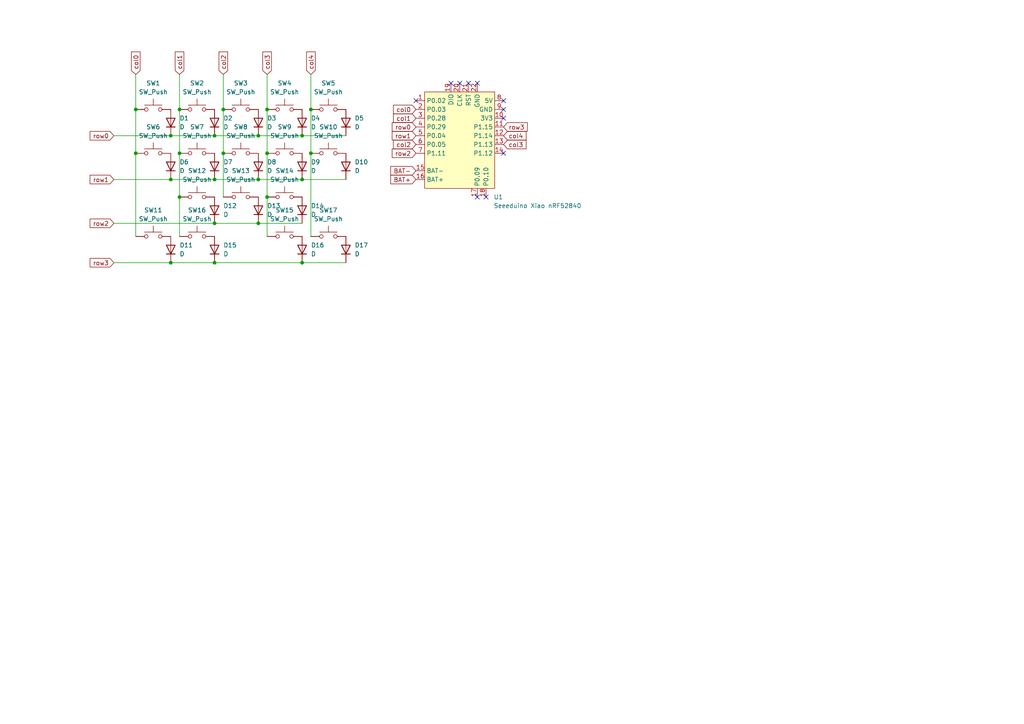
<source format=kicad_sch>
(kicad_sch (version 20231120) (generator "eeschema") (generator_version "8.0")
  (paper "A4")
  (lib_symbols
    (symbol "Device:D" (pin_numbers hide) (pin_names (offset 1.016) hide)
      (property "Reference" "D" (at 0 2.54 0))
      (property "Value" "D" (at 0 -2.54 0))
      (symbol "D_0_1"
        (polyline (pts (xy -1.27 1.27) (xy -1.27 -1.27)) (stroke (width 0.254)))
        (polyline (pts (xy 1.27 0) (xy -1.27 0)))
        (polyline (pts (xy 1.27 1.27) (xy 1.27 -1.27) (xy -1.27 0) (xy 1.27 1.27)) (stroke (width 0.254)))
      )
      (symbol "D_1_1"
        (pin passive line (at -3.81 0 0) (length 2.54) (name "K") (number "1"))
        (pin passive line (at 3.81 0 180) (length 2.54) (name "A") (number "2"))
      )
    )
    (symbol "PCM_marbastlib-promicroish:Seeeduino_Xiao_nRF52840" (in_bom no)
      (property "Reference" "U" (at -10.16 -12.7 0))
      (property "Value" "Seeeduino Xiao nRF52840" (at -10.16 -15.24 0))
      (symbol "Seeeduino_Xiao_nRF52840_1_0"
        (pin bidirectional line (at -12.7 13.97 0) (length 2.54) (name "P0.02") (number "1"))
        (pin power_out line (at 12.7 8.89 180) (length 2.54) (name "3V3") (number "10"))
        (pin bidirectional line (at 12.7 6.35 180) (length 2.54) (name "P1.15") (number "11"))
        (pin bidirectional line (at 12.7 3.81 180) (length 2.54) (name "P1.14") (number "12"))
        (pin bidirectional line (at 12.7 1.27 180) (length 2.54) (name "P1.13") (number "13"))
        (pin bidirectional line (at 12.7 -1.27 180) (length 2.54) (name "P1.12") (number "14"))
        (pin power_in line (at -12.7 -6.35 0) (length 2.54) (name "BAT-") (number "15"))
        (pin power_in line (at -12.7 -8.89 0) (length 2.54) (name "BAT+") (number "16"))
        (pin bidirectional line (at 5.08 -13.97 90) (length 2.54) (name "P0.09") (number "17"))
        (pin bidirectional line (at 7.62 -13.97 90) (length 2.54) (name "P0.10") (number "18"))
        (pin bidirectional line (at -2.54 19.05 270) (length 2.54) (name "DIO") (number "19"))
        (pin bidirectional line (at -12.7 11.43 0) (length 2.54) (name "P0.03") (number "2"))
        (pin bidirectional line (at 0 19.05 270) (length 2.54) (name "CLK") (number "20"))
        (pin bidirectional line (at 2.54 19.05 270) (length 2.54) (name "RST") (number "21"))
        (pin power_out line (at 5.08 19.05 270) (length 2.54) (name "GND") (number "22"))
        (pin bidirectional line (at -12.7 8.89 0) (length 2.54) (name "P0.28") (number "3"))
        (pin bidirectional line (at -12.7 6.35 0) (length 2.54) (name "P0.29") (number "4"))
        (pin bidirectional line (at -12.7 3.81 0) (length 2.54) (name "P0.04") (number "5"))
        (pin bidirectional line (at -12.7 1.27 0) (length 2.54) (name "P0.05") (number "6"))
        (pin bidirectional line (at -12.7 -1.27 0) (length 2.54) (name "P1.11") (number "7"))
        (pin power_out line (at 12.7 13.97 180) (length 2.54) (name "5V") (number "8"))
        (pin power_out line (at 12.7 11.43 180) (length 2.54) (name "GND") (number "9"))
      )
      (symbol "Seeeduino_Xiao_nRF52840_1_1"
        (rectangle (start -10.16 16.51) (end 10.16 -11.43) (fill (type background)))
      )
    )
    (symbol "Switch:SW_Push" (pin_numbers hide) (pin_names (offset 1.016) hide)
      (property "Reference" "SW" (at 1.27 2.54 0))
      (property "Value" "SW_Push" (at 0 -1.524 0))
      (symbol "SW_Push_0_1"
        (circle (center -2.032 0) (radius 0.508))
        (polyline (pts (xy 0 1.27) (xy 0 3.048)))
        (polyline (pts (xy 2.54 1.27) (xy -2.54 1.27)))
        (circle (center 2.032 0) (radius 0.508))
        (pin passive line (at -5.08 0 0) (length 2.54) (name "1") (number "1"))
        (pin passive line (at 5.08 0 180) (length 2.54) (name "2") (number "2"))
      )
    )
  )
  (junction (at 49.53 76.2))
  (junction (at 39.37 31.75))
  (junction (at 62.23 76.2))
  (junction (at 62.23 64.77))
  (junction (at 74.93 39.37))
  (junction (at 64.77 44.45))
  (junction (at 87.63 52.07))
  (junction (at 52.07 31.75))
  (junction (at 77.47 31.75))
  (junction (at 52.07 57.15))
  (junction (at 64.77 31.75))
  (junction (at 49.53 39.37))
  (junction (at 77.47 57.15))
  (junction (at 87.63 39.37))
  (junction (at 74.93 64.77))
  (junction (at 74.93 52.07))
  (junction (at 39.37 44.45))
  (junction (at 77.47 44.45))
  (junction (at 62.23 39.37))
  (junction (at 62.23 52.07))
  (junction (at 52.07 44.45))
  (junction (at 49.53 52.07))
  (junction (at 90.17 31.75))
  (junction (at 87.63 76.2))
  (junction (at 90.17 44.45))
  (no_connect (at 138.43 24.13))
  (no_connect (at 140.97 57.15))
  (no_connect (at 130.81 24.13))
  (no_connect (at 138.43 57.15))
  (no_connect (at 133.35 24.13))
  (no_connect (at 135.89 24.13))
  (no_connect (at 120.65 29.21))
  (no_connect (at 146.05 34.29))
  (no_connect (at 146.05 44.45))
  (no_connect (at 146.05 29.21))
  (no_connect (at 146.05 31.75))
  (wire (pts (xy 64.77 31.75) (xy 64.77 44.45)))
  (wire (pts (xy 74.93 52.07) (xy 87.63 52.07)))
  (wire (pts (xy 74.93 39.37) (xy 87.63 39.37)))
  (wire (pts (xy 77.47 44.45) (xy 77.47 57.15)))
  (wire (pts (xy 52.07 57.15) (xy 52.07 68.58)))
  (wire (pts (xy 33.02 76.2) (xy 49.53 76.2)))
  (wire (pts (xy 33.02 64.77) (xy 62.23 64.77)))
  (wire (pts (xy 87.63 39.37) (xy 100.33 39.37)))
  (wire (pts (xy 52.07 31.75) (xy 52.07 44.45)))
  (wire (pts (xy 62.23 76.2) (xy 87.63 76.2)))
  (wire (pts (xy 62.23 52.07) (xy 74.93 52.07)))
  (wire (pts (xy 39.37 44.45) (xy 39.37 68.58)))
  (wire (pts (xy 87.63 76.2) (xy 100.33 76.2)))
  (wire (pts (xy 62.23 39.37) (xy 74.93 39.37)))
  (wire (pts (xy 77.47 21.59) (xy 77.47 31.75)))
  (wire (pts (xy 64.77 44.45) (xy 64.77 57.15)))
  (wire (pts (xy 39.37 21.59) (xy 39.37 31.75)))
  (wire (pts (xy 77.47 31.75) (xy 77.47 44.45)))
  (wire (pts (xy 52.07 21.59) (xy 52.07 31.75)))
  (wire (pts (xy 33.02 39.37) (xy 49.53 39.37)))
  (wire (pts (xy 39.37 31.75) (xy 39.37 44.45)))
  (wire (pts (xy 49.53 76.2) (xy 62.23 76.2)))
  (wire (pts (xy 52.07 44.45) (xy 52.07 57.15)))
  (wire (pts (xy 90.17 31.75) (xy 90.17 44.45)))
  (wire (pts (xy 74.93 64.77) (xy 87.63 64.77)))
  (wire (pts (xy 33.02 52.07) (xy 49.53 52.07)))
  (wire (pts (xy 49.53 39.37) (xy 62.23 39.37)))
  (wire (pts (xy 49.53 52.07) (xy 62.23 52.07)))
  (wire (pts (xy 87.63 52.07) (xy 100.33 52.07)))
  (wire (pts (xy 90.17 21.59) (xy 90.17 31.75)))
  (wire (pts (xy 62.23 64.77) (xy 74.93 64.77)))
  (wire (pts (xy 90.17 44.45) (xy 90.17 68.58)))
  (wire (pts (xy 64.77 21.59) (xy 64.77 31.75)))
  (wire (pts (xy 77.47 57.15) (xy 77.47 68.58)))
  (global_label "row3" (shape input) (at 33.02 76.2 180) (property "Intersheetrefs" "${INTERSHEET_REFS}" (effects (hide yes))))
  (global_label "row3" (shape input) (at 146.05 36.83 0) (property "Intersheetrefs" "${INTERSHEET_REFS}" (effects (hide yes))))
  (global_label "BAT+" (shape input) (at 120.65 52.07 180) (property "Intersheetrefs" "${INTERSHEET_REFS}" (effects (hide yes))))
  (global_label "col3" (shape input) (at 146.05 41.91 0) (property "Intersheetrefs" "${INTERSHEET_REFS}" (effects (hide yes))))
  (global_label "row2" (shape input) (at 33.02 64.77 180) (property "Intersheetrefs" "${INTERSHEET_REFS}" (effects (hide yes))))
  (global_label "col3" (shape input) (at 77.47 21.59 90) (property "Intersheetrefs" "${INTERSHEET_REFS}" (effects (hide yes))))
  (global_label "row0" (shape input) (at 33.02 39.37 180) (property "Intersheetrefs" "${INTERSHEET_REFS}" (effects (hide yes))))
  (global_label "col0" (shape input) (at 39.37 21.59 90) (property "Intersheetrefs" "${INTERSHEET_REFS}" (effects (hide yes))))
  (global_label "col1" (shape input) (at 120.65 34.29 180) (property "Intersheetrefs" "${INTERSHEET_REFS}" (effects (hide yes))))
  (global_label "col0" (shape input) (at 120.65 31.75 180) (property "Intersheetrefs" "${INTERSHEET_REFS}" (effects (hide yes))))
  (global_label "row0" (shape input) (at 120.65 36.83 180) (property "Intersheetrefs" "${INTERSHEET_REFS}" (effects (hide yes))))
  (global_label "col4" (shape input) (at 90.17 21.59 90) (property "Intersheetrefs" "${INTERSHEET_REFS}" (effects (hide yes))))
  (global_label "row2" (shape input) (at 120.65 44.45 180) (property "Intersheetrefs" "${INTERSHEET_REFS}" (effects (hide yes))))
  (global_label "row1" (shape input) (at 120.65 39.37 180) (property "Intersheetrefs" "${INTERSHEET_REFS}" (effects (hide yes))))
  (global_label "row1" (shape input) (at 33.02 52.07 180) (property "Intersheetrefs" "${INTERSHEET_REFS}" (effects (hide yes))))
  (global_label "col4" (shape input) (at 146.05 39.37 0) (property "Intersheetrefs" "${INTERSHEET_REFS}" (effects (hide yes))))
  (global_label "col2" (shape input) (at 120.65 41.91 180) (property "Intersheetrefs" "${INTERSHEET_REFS}" (effects (hide yes))))
  (global_label "col1" (shape input) (at 52.07 21.59 90) (property "Intersheetrefs" "${INTERSHEET_REFS}" (effects (hide yes))))
  (global_label "col2" (shape input) (at 64.77 21.59 90) (property "Intersheetrefs" "${INTERSHEET_REFS}" (effects (hide yes))))
  (global_label "BAT-" (shape input) (at 120.65 49.53 180) (property "Intersheetrefs" "${INTERSHEET_REFS}" (effects (hide yes))))
  (symbol (lib_id "Switch:SW_Push") (at 44.45 68.58 0) (unit 1)
    (property "Reference" "SW11" (at 44.45 60.96 0))
    (property "Value" "SW_Push" (at 44.45 63.5 0))
    (property "Footprint" "PCM_marbastlib-xp-mx:SW_MX_Reversible_1u" (effects (hide yes)))
    (property "Description" "Push button switch, generic, two pins" (effects (hide yes)))
  )
  (symbol (lib_id "Device:D") (at 74.93 48.26 90) (unit 1)
    (property "Reference" "D8" (at 77.47 46.9899 90) (effects (justify right)))
    (property "Value" "D" (at 77.47 49.5299 90) (effects (justify right)))
    (property "Footprint" "Diode_SMD:D_0805_2012Metric_Pad1.15x1.40mm_HandSolder" (effects (hide yes)))
    (property "Description" "Diode" (effects (hide yes)))
    (property "Sim.Device" "D" (effects (hide yes)))
    (property "Sim.Pins" "1=K 2=A" (effects (hide yes)))
  )
  (symbol (lib_id "Device:D") (at 62.23 60.96 90) (unit 1)
    (property "Reference" "D12" (at 64.77 59.6899 90) (effects (justify right)))
    (property "Value" "D" (at 64.77 62.2299 90) (effects (justify right)))
    (property "Footprint" "Diode_SMD:D_0805_2012Metric_Pad1.15x1.40mm_HandSolder" (effects (hide yes)))
    (property "Description" "Diode" (effects (hide yes)))
    (property "Sim.Device" "D" (effects (hide yes)))
    (property "Sim.Pins" "1=K 2=A" (effects (hide yes)))
  )
  (symbol (lib_id "Device:D") (at 49.53 48.26 90) (unit 1)
    (property "Reference" "D6" (at 52.07 46.9899 90) (effects (justify right)))
    (property "Value" "D" (at 52.07 49.5299 90) (effects (justify right)))
    (property "Footprint" "Diode_SMD:D_0805_2012Metric_Pad1.15x1.40mm_HandSolder" (effects (hide yes)))
    (property "Description" "Diode" (effects (hide yes)))
    (property "Sim.Device" "D" (effects (hide yes)))
    (property "Sim.Pins" "1=K 2=A" (effects (hide yes)))
  )
  (symbol (lib_id "PCM_marbastlib-promicroish:Seeeduino_Xiao_nRF52840") (at 133.35 43.18 0) (unit 1) (in_bom no)
    (property "Reference" "U1" (at 143.1641 57.15 0) (effects (justify left)))
    (property "Value" "Seeeduino Xiao nRF52840" (at 143.1641 59.69 0) (effects (justify left)))
    (property "Footprint" "PCM_marbastlib-xp-promicroish:Xiao_nRF52840_AC_Reflow_invert" (effects (hide yes)))
    (property "Description" "Symbol for a Seeeduino Xiao nRF52840" (effects (hide yes)))
  )
  (symbol (lib_id "Device:D") (at 100.33 35.56 90) (unit 1)
    (property "Reference" "D5" (at 102.87 34.2899 90) (effects (justify right)))
    (property "Value" "D" (at 102.87 36.8299 90) (effects (justify right)))
    (property "Footprint" "Diode_SMD:D_0805_2012Metric_Pad1.15x1.40mm_HandSolder" (effects (hide yes)))
    (property "Description" "Diode" (effects (hide yes)))
    (property "Sim.Device" "D" (effects (hide yes)))
    (property "Sim.Pins" "1=K 2=A" (effects (hide yes)))
  )
  (symbol (lib_id "Device:D") (at 49.53 35.56 90) (unit 1)
    (property "Reference" "D1" (at 52.07 34.2899 90) (effects (justify right)))
    (property "Value" "D" (at 52.07 36.8299 90) (effects (justify right)))
    (property "Footprint" "Diode_SMD:D_0805_2012Metric_Pad1.15x1.40mm_HandSolder" (effects (hide yes)))
    (property "Description" "Diode" (effects (hide yes)))
    (property "Sim.Device" "D" (effects (hide yes)))
    (property "Sim.Pins" "1=K 2=A" (effects (hide yes)))
  )
  (symbol (lib_id "Device:D") (at 62.23 72.39 90) (unit 1)
    (property "Reference" "D15" (at 64.77 71.1199 90) (effects (justify right)))
    (property "Value" "D" (at 64.77 73.6599 90) (effects (justify right)))
    (property "Footprint" "Diode_SMD:D_0805_2012Metric_Pad1.15x1.40mm_HandSolder" (effects (hide yes)))
    (property "Description" "Diode" (effects (hide yes)))
    (property "Sim.Device" "D" (effects (hide yes)))
    (property "Sim.Pins" "1=K 2=A" (effects (hide yes)))
  )
  (symbol (lib_id "Device:D") (at 74.93 35.56 90) (unit 1)
    (property "Reference" "D3" (at 77.47 34.2899 90) (effects (justify right)))
    (property "Value" "D" (at 77.47 36.8299 90) (effects (justify right)))
    (property "Footprint" "Diode_SMD:D_0805_2012Metric_Pad1.15x1.40mm_HandSolder" (effects (hide yes)))
    (property "Description" "Diode" (effects (hide yes)))
    (property "Sim.Device" "D" (effects (hide yes)))
    (property "Sim.Pins" "1=K 2=A" (effects (hide yes)))
  )
  (symbol (lib_id "Switch:SW_Push") (at 69.85 31.75 0) (unit 1)
    (property "Reference" "SW3" (at 69.85 24.13 0))
    (property "Value" "SW_Push" (at 69.85 26.67 0))
    (property "Footprint" "PCM_marbastlib-xp-mx:SW_MX_Reversible_1u" (effects (hide yes)))
    (property "Description" "Push button switch, generic, two pins" (effects (hide yes)))
  )
  (symbol (lib_id "Switch:SW_Push") (at 44.45 44.45 0) (unit 1)
    (property "Reference" "SW6" (at 44.45 36.83 0))
    (property "Value" "SW_Push" (at 44.45 39.37 0))
    (property "Footprint" "PCM_marbastlib-xp-mx:SW_MX_Reversible_1u" (effects (hide yes)))
    (property "Description" "Push button switch, generic, two pins" (effects (hide yes)))
  )
  (symbol (lib_id "Switch:SW_Push") (at 82.55 68.58 0) (unit 1)
    (property "Reference" "SW15" (at 82.55 60.96 0))
    (property "Value" "SW_Push" (at 82.55 63.5 0))
    (property "Footprint" "PCM_marbastlib-xp-mx:SW_MX_Reversible_1u" (effects (hide yes)))
    (property "Description" "Push button switch, generic, two pins" (effects (hide yes)))
  )
  (symbol (lib_id "Device:D") (at 74.93 60.96 90) (unit 1)
    (property "Reference" "D13" (at 77.47 59.6899 90) (effects (justify right)))
    (property "Value" "D" (at 77.47 62.2299 90) (effects (justify right)))
    (property "Footprint" "Diode_SMD:D_0805_2012Metric_Pad1.15x1.40mm_HandSolder" (effects (hide yes)))
    (property "Description" "Diode" (effects (hide yes)))
    (property "Sim.Device" "D" (effects (hide yes)))
    (property "Sim.Pins" "1=K 2=A" (effects (hide yes)))
  )
  (symbol (lib_id "Device:D") (at 87.63 35.56 90) (unit 1)
    (property "Reference" "D4" (at 90.17 34.2899 90) (effects (justify right)))
    (property "Value" "D" (at 90.17 36.8299 90) (effects (justify right)))
    (property "Footprint" "Diode_SMD:D_0805_2012Metric_Pad1.15x1.40mm_HandSolder" (effects (hide yes)))
    (property "Description" "Diode" (effects (hide yes)))
    (property "Sim.Device" "D" (effects (hide yes)))
    (property "Sim.Pins" "1=K 2=A" (effects (hide yes)))
  )
  (symbol (lib_id "Switch:SW_Push") (at 82.55 57.15 0) (unit 1)
    (property "Reference" "SW14" (at 82.55 49.53 0))
    (property "Value" "SW_Push" (at 82.55 52.07 0))
    (property "Footprint" "PCM_marbastlib-xp-mx:SW_MX_Reversible_1u" (effects (hide yes)))
    (property "Description" "Push button switch, generic, two pins" (effects (hide yes)))
  )
  (symbol (lib_id "Switch:SW_Push") (at 95.25 31.75 0) (unit 1)
    (property "Reference" "SW5" (at 95.25 24.13 0))
    (property "Value" "SW_Push" (at 95.25 26.67 0))
    (property "Footprint" "PCM_marbastlib-xp-mx:SW_MX_Reversible_1u" (effects (hide yes)))
    (property "Description" "Push button switch, generic, two pins" (effects (hide yes)))
  )
  (symbol (lib_id "Switch:SW_Push") (at 57.15 57.15 0) (unit 1)
    (property "Reference" "SW12" (at 57.15 49.53 0))
    (property "Value" "SW_Push" (at 57.15 52.07 0))
    (property "Footprint" "PCM_marbastlib-xp-mx:SW_MX_Reversible_1u" (effects (hide yes)))
    (property "Description" "Push button switch, generic, two pins" (effects (hide yes)))
  )
  (symbol (lib_id "Switch:SW_Push") (at 69.85 57.15 0) (unit 1)
    (property "Reference" "SW13" (at 69.85 49.53 0))
    (property "Value" "SW_Push" (at 69.85 52.07 0))
    (property "Footprint" "PCM_marbastlib-xp-mx:SW_MX_Reversible_1u" (effects (hide yes)))
    (property "Description" "Push button switch, generic, two pins" (effects (hide yes)))
  )
  (symbol (lib_id "Device:D") (at 100.33 48.26 90) (unit 1)
    (property "Reference" "D10" (at 102.87 46.9899 90) (effects (justify right)))
    (property "Value" "D" (at 102.87 49.5299 90) (effects (justify right)))
    (property "Footprint" "Diode_SMD:D_0805_2012Metric_Pad1.15x1.40mm_HandSolder" (effects (hide yes)))
    (property "Description" "Diode" (effects (hide yes)))
    (property "Sim.Device" "D" (effects (hide yes)))
    (property "Sim.Pins" "1=K 2=A" (effects (hide yes)))
  )
  (symbol (lib_id "Switch:SW_Push") (at 95.25 44.45 0) (unit 1)
    (property "Reference" "SW10" (at 95.25 36.83 0))
    (property "Value" "SW_Push" (at 95.25 39.37 0))
    (property "Footprint" "PCM_marbastlib-xp-mx:SW_MX_Reversible_1u" (effects (hide yes)))
    (property "Description" "Push button switch, generic, two pins" (effects (hide yes)))
  )
  (symbol (lib_id "Switch:SW_Push") (at 44.45 31.75 0) (unit 1)
    (property "Reference" "SW1" (at 44.45 24.13 0))
    (property "Value" "SW_Push" (at 44.45 26.67 0))
    (property "Footprint" "PCM_marbastlib-xp-mx:SW_MX_Reversible_1u" (effects (hide yes)))
    (property "Description" "Push button switch, generic, two pins" (effects (hide yes)))
  )
  (symbol (lib_id "Switch:SW_Push") (at 82.55 44.45 0) (unit 1)
    (property "Reference" "SW9" (at 82.55 36.83 0))
    (property "Value" "SW_Push" (at 82.55 39.37 0))
    (property "Footprint" "PCM_marbastlib-xp-mx:SW_MX_Reversible_1u" (effects (hide yes)))
    (property "Description" "Push button switch, generic, two pins" (effects (hide yes)))
  )
  (symbol (lib_id "Device:D") (at 87.63 48.26 90) (unit 1)
    (property "Reference" "D9" (at 90.17 46.9899 90) (effects (justify right)))
    (property "Value" "D" (at 90.17 49.5299 90) (effects (justify right)))
    (property "Footprint" "Diode_SMD:D_0805_2012Metric_Pad1.15x1.40mm_HandSolder" (effects (hide yes)))
    (property "Description" "Diode" (effects (hide yes)))
    (property "Sim.Device" "D" (effects (hide yes)))
    (property "Sim.Pins" "1=K 2=A" (effects (hide yes)))
  )
  (symbol (lib_id "Device:D") (at 62.23 48.26 90) (unit 1)
    (property "Reference" "D7" (at 64.77 46.9899 90) (effects (justify right)))
    (property "Value" "D" (at 64.77 49.5299 90) (effects (justify right)))
    (property "Footprint" "Diode_SMD:D_0805_2012Metric_Pad1.15x1.40mm_HandSolder" (effects (hide yes)))
    (property "Description" "Diode" (effects (hide yes)))
    (property "Sim.Device" "D" (effects (hide yes)))
    (property "Sim.Pins" "1=K 2=A" (effects (hide yes)))
  )
  (symbol (lib_id "Device:D") (at 87.63 60.96 90) (unit 1)
    (property "Reference" "D14" (at 90.17 59.6899 90) (effects (justify right)))
    (property "Value" "D" (at 90.17 62.2299 90) (effects (justify right)))
    (property "Footprint" "Diode_SMD:D_0805_2012Metric_Pad1.15x1.40mm_HandSolder" (effects (hide yes)))
    (property "Description" "Diode" (effects (hide yes)))
    (property "Sim.Device" "D" (effects (hide yes)))
    (property "Sim.Pins" "1=K 2=A" (effects (hide yes)))
  )
  (symbol (lib_id "Switch:SW_Push") (at 57.15 44.45 0) (unit 1)
    (property "Reference" "SW7" (at 57.15 36.83 0))
    (property "Value" "SW_Push" (at 57.15 39.37 0))
    (property "Footprint" "PCM_marbastlib-xp-mx:SW_MX_Reversible_1u" (effects (hide yes)))
    (property "Description" "Push button switch, generic, two pins" (effects (hide yes)))
  )
  (symbol (lib_id "Switch:SW_Push") (at 95.25 68.58 0) (unit 1)
    (property "Reference" "SW17" (at 95.25 60.96 0))
    (property "Value" "SW_Push" (at 95.25 63.5 0))
    (property "Footprint" "PCM_marbastlib-xp-mx:SW_MX_Reversible_1u" (effects (hide yes)))
    (property "Description" "Push button switch, generic, two pins" (effects (hide yes)))
  )
  (symbol (lib_id "Switch:SW_Push") (at 57.15 68.58 0) (unit 1)
    (property "Reference" "SW16" (at 57.15 60.96 0))
    (property "Value" "SW_Push" (at 57.15 63.5 0))
    (property "Footprint" "PCM_marbastlib-xp-mx:SW_MX_Reversible_1u" (effects (hide yes)))
    (property "Description" "Push button switch, generic, two pins" (effects (hide yes)))
  )
  (symbol (lib_id "Device:D") (at 87.63 72.39 90) (unit 1)
    (property "Reference" "D16" (at 90.17 71.1199 90) (effects (justify right)))
    (property "Value" "D" (at 90.17 73.6599 90) (effects (justify right)))
    (property "Footprint" "Diode_SMD:D_0805_2012Metric_Pad1.15x1.40mm_HandSolder" (effects (hide yes)))
    (property "Description" "Diode" (effects (hide yes)))
    (property "Sim.Device" "D" (effects (hide yes)))
    (property "Sim.Pins" "1=K 2=A" (effects (hide yes)))
  )
  (symbol (lib_id "Device:D") (at 49.53 72.39 90) (unit 1)
    (property "Reference" "D11" (at 52.07 71.1199 90) (effects (justify right)))
    (property "Value" "D" (at 52.07 73.6599 90) (effects (justify right)))
    (property "Footprint" "Diode_SMD:D_0805_2012Metric_Pad1.15x1.40mm_HandSolder" (effects (hide yes)))
    (property "Description" "Diode" (effects (hide yes)))
    (property "Sim.Device" "D" (effects (hide yes)))
    (property "Sim.Pins" "1=K 2=A" (effects (hide yes)))
  )
  (symbol (lib_id "Device:D") (at 100.33 72.39 90) (unit 1)
    (property "Reference" "D17" (at 102.87 71.1199 90) (effects (justify right)))
    (property "Value" "D" (at 102.87 73.6599 90) (effects (justify right)))
    (property "Footprint" "Diode_SMD:D_0805_2012Metric_Pad1.15x1.40mm_HandSolder" (effects (hide yes)))
    (property "Description" "Diode" (effects (hide yes)))
    (property "Sim.Device" "D" (effects (hide yes)))
    (property "Sim.Pins" "1=K 2=A" (effects (hide yes)))
  )
  (symbol (lib_id "Switch:SW_Push") (at 57.15 31.75 0) (unit 1)
    (property "Reference" "SW2" (at 57.15 24.13 0))
    (property "Value" "SW_Push" (at 57.15 26.67 0))
    (property "Footprint" "PCM_marbastlib-xp-mx:SW_MX_Reversible_1u" (effects (hide yes)))
    (property "Description" "Push button switch, generic, two pins" (effects (hide yes)))
  )
  (symbol (lib_id "Switch:SW_Push") (at 82.55 31.75 0) (unit 1)
    (property "Reference" "SW4" (at 82.55 24.13 0))
    (property "Value" "SW_Push" (at 82.55 26.67 0))
    (property "Footprint" "PCM_marbastlib-xp-mx:SW_MX_Reversible_1u" (effects (hide yes)))
    (property "Description" "Push button switch, generic, two pins" (effects (hide yes)))
  )
  (symbol (lib_id "Device:D") (at 62.23 35.56 90) (unit 1)
    (property "Reference" "D2" (at 64.77 34.2899 90) (effects (justify right)))
    (property "Value" "D" (at 64.77 36.8299 90) (effects (justify right)))
    (property "Footprint" "Diode_SMD:D_0805_2012Metric_Pad1.15x1.40mm_HandSolder" (effects (hide yes)))
    (property "Description" "Diode" (effects (hide yes)))
    (property "Sim.Device" "D" (effects (hide yes)))
    (property "Sim.Pins" "1=K 2=A" (effects (hide yes)))
  )
  (symbol (lib_id "Switch:SW_Push") (at 69.85 44.45 0) (unit 1)
    (property "Reference" "SW8" (at 69.85 36.83 0))
    (property "Value" "SW_Push" (at 69.85 39.37 0))
    (property "Footprint" "PCM_marbastlib-xp-mx:SW_MX_Reversible_1u" (effects (hide yes)))
    (property "Description" "Push button switch, generic, two pins" (effects (hide yes)))
  )
)
</source>
